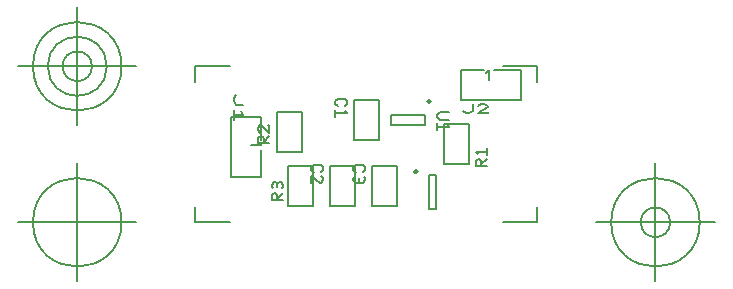
<source format=gbr>
G04 Generated by Ultiboard 14.0 *
%FSLAX34Y34*%
%MOMM*%

%ADD10C,0.0001*%
%ADD11C,0.2000*%
%ADD12C,0.2500*%
%ADD13C,0.2032*%
%ADD14C,0.1556*%
%ADD15C,0.1270*%


G04 ColorRGB FFFF00 for the following layer *
%LNSilkscreen Top*%
%LPD*%
G54D10*
G54D11*
X184710Y884660D02*
X191210Y884660D01*
X191210Y913660D02*
X184710Y913660D01*
X184710Y884660D01*
X191210Y884660D02*
X191210Y913660D01*
X153140Y964370D02*
X153140Y955870D01*
X182140Y955870D02*
X182140Y964370D01*
X153140Y964370D01*
X153140Y955870D02*
X182140Y955870D01*
G54D12*
X172710Y916660D02*
G75*
D01*
G02X172710Y916660I1250J0*
G01*
X183890Y976120D02*
G75*
D01*
G02X183890Y976120I1250J0*
G01*
G54D13*
X234520Y921711D02*
X224520Y921711D01*
X224520Y925693D01*
X226520Y927684D01*
X227520Y927684D01*
X229520Y925693D01*
X229520Y921711D01*
X229520Y922706D02*
X234520Y927684D01*
X226520Y931666D02*
X224520Y933657D01*
X234520Y933657D01*
X234520Y930670D02*
X234520Y936643D01*
X218863Y956733D02*
X218863Y922867D01*
X197697Y922867D02*
X197697Y956733D01*
X218863Y922867D02*
X197697Y922867D01*
X197697Y956733D02*
X218863Y956733D01*
X61800Y892535D02*
X51800Y892535D01*
X51800Y896517D01*
X53800Y898508D01*
X54800Y898508D01*
X56800Y896517D01*
X56800Y892535D01*
X56800Y893531D02*
X61800Y898508D01*
X52800Y902490D02*
X51800Y903486D01*
X51800Y905477D01*
X53800Y907468D01*
X55800Y907468D01*
X56800Y906472D01*
X57800Y907468D01*
X59800Y907468D01*
X61800Y905477D01*
X61800Y903486D01*
X60800Y902490D01*
X56800Y903486D02*
X56800Y906472D01*
X86783Y921173D02*
X86783Y887307D01*
X65617Y887307D02*
X65617Y921173D01*
X86783Y887307D02*
X65617Y887307D01*
X65617Y921173D02*
X86783Y921173D01*
X50060Y940795D02*
X40060Y940795D01*
X40060Y944777D01*
X42060Y946768D01*
X43060Y946768D01*
X45060Y944777D01*
X45060Y940795D01*
X45060Y941791D02*
X50060Y946768D01*
X42060Y949755D02*
X40060Y951746D01*
X40060Y953737D01*
X42060Y955728D01*
X43060Y955728D01*
X50060Y949755D01*
X50060Y955728D01*
X49060Y955728D01*
X77583Y966893D02*
X77583Y933027D01*
X56417Y933027D02*
X56417Y966893D01*
X77583Y933027D02*
X56417Y933027D01*
X56417Y966893D02*
X77583Y966893D01*
X213711Y967956D02*
X216533Y966445D01*
X219356Y966445D01*
X222178Y967956D01*
X222178Y974004D01*
X226411Y972492D02*
X229233Y974004D01*
X232056Y974004D01*
X234878Y972492D01*
X234878Y971736D01*
X226411Y966445D01*
X234878Y966445D01*
X234878Y967200D01*
X263100Y977300D02*
X212300Y977300D01*
X231350Y1002700D02*
X212300Y1002700D01*
X212300Y977300D01*
X263100Y1002700D02*
X239817Y1002700D01*
X235583Y1002700D02*
X235583Y994233D01*
X233467Y1000583D02*
X235583Y1002700D01*
X263100Y1002700D02*
X263100Y977300D01*
X21456Y981809D02*
X19945Y978987D01*
X19945Y976164D01*
X21456Y973342D01*
X27504Y973342D01*
X25992Y967698D02*
X27504Y964876D01*
X19945Y964876D01*
X19945Y969109D02*
X19945Y960642D01*
X17300Y911900D02*
X17300Y962700D01*
X42700Y943650D02*
X42700Y962700D01*
X17300Y962700D01*
X42700Y911900D02*
X42700Y935183D01*
X42700Y939417D02*
X34233Y939417D01*
X40583Y941533D02*
X42700Y939417D01*
X42700Y911900D02*
X17300Y911900D01*
X107840Y972236D02*
X105840Y974227D01*
X105840Y976218D01*
X107840Y978209D01*
X113840Y978209D01*
X115840Y976218D01*
X115840Y974227D01*
X113840Y972236D01*
X113840Y968254D02*
X115840Y966263D01*
X105840Y966263D01*
X105840Y969250D02*
X105840Y963277D01*
X121497Y943187D02*
X121497Y977053D01*
X142663Y977053D02*
X142663Y943187D01*
X121497Y977053D02*
X142663Y977053D01*
X142663Y943187D02*
X121497Y943187D01*
X87520Y916356D02*
X85520Y918347D01*
X85520Y920338D01*
X87520Y922329D01*
X93520Y922329D01*
X95520Y920338D01*
X95520Y918347D01*
X93520Y916356D01*
X93520Y913370D02*
X95520Y911379D01*
X95520Y909388D01*
X93520Y907397D01*
X92520Y907397D01*
X85520Y913370D01*
X85520Y907397D01*
X86520Y907397D01*
X101177Y887307D02*
X101177Y921173D01*
X122343Y921173D02*
X122343Y887307D01*
X101177Y921173D02*
X122343Y921173D01*
X122343Y887307D02*
X101177Y887307D01*
X123080Y916356D02*
X121080Y918347D01*
X121080Y920338D01*
X123080Y922329D01*
X129080Y922329D01*
X131080Y920338D01*
X131080Y918347D01*
X129080Y916356D01*
X130080Y912374D02*
X131080Y911379D01*
X131080Y909388D01*
X129080Y907397D01*
X127080Y907397D01*
X126080Y908392D01*
X125080Y907397D01*
X123080Y907397D01*
X121080Y909388D01*
X121080Y911379D01*
X122080Y912374D01*
X126080Y911379D02*
X126080Y908392D01*
X136737Y887307D02*
X136737Y921173D01*
X157903Y921173D02*
X157903Y887307D01*
X136737Y921173D02*
X157903Y921173D01*
X157903Y887307D02*
X136737Y887307D01*
G54D14*
X202200Y966744D02*
X194200Y966744D01*
X192200Y964753D01*
X192200Y962762D01*
X194200Y960771D01*
X202200Y960771D01*
X200200Y956789D02*
X202200Y954798D01*
X192200Y954798D01*
X192200Y957784D02*
X192200Y951811D01*
G54D15*
X-12700Y873760D02*
X-12700Y886968D01*
X-12700Y873760D02*
X16256Y873760D01*
X276860Y873760D02*
X247904Y873760D01*
X276860Y873760D02*
X276860Y886968D01*
X276860Y1005840D02*
X276860Y992632D01*
X276860Y1005840D02*
X247904Y1005840D01*
X-12700Y1005840D02*
X16256Y1005840D01*
X-12700Y1005840D02*
X-12700Y992632D01*
X-62700Y873760D02*
X-162700Y873760D01*
X-112700Y823760D02*
X-112700Y923760D01*
X-150200Y873760D02*
G75*
D01*
G02X-150200Y873760I37500J0*
G01*
X326860Y873760D02*
X426860Y873760D01*
X376860Y823760D02*
X376860Y923760D01*
X339360Y873760D02*
G75*
D01*
G02X339360Y873760I37500J0*
G01*
X364360Y873760D02*
G75*
D01*
G02X364360Y873760I12500J0*
G01*
X-62700Y1005840D02*
X-162700Y1005840D01*
X-112700Y955840D02*
X-112700Y1055840D01*
X-150200Y1005840D02*
G75*
D01*
G02X-150200Y1005840I37500J0*
G01*
X-137700Y1005840D02*
G75*
D01*
G02X-137700Y1005840I25000J0*
G01*
X-125200Y1005840D02*
G75*
D01*
G02X-125200Y1005840I12500J0*
G01*

M02*

</source>
